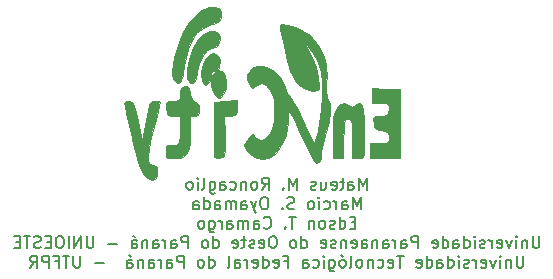
<source format=gbr>
G04 #@! TF.GenerationSoftware,KiCad,Pcbnew,(5.1.5)-3*
G04 #@! TF.CreationDate,2022-02-09T23:25:39-03:00*
G04 #@! TF.ProjectId,envcity_pcb,656e7663-6974-4795-9f70-63622e6b6963,rev?*
G04 #@! TF.SameCoordinates,Original*
G04 #@! TF.FileFunction,Legend,Bot*
G04 #@! TF.FilePolarity,Positive*
%FSLAX46Y46*%
G04 Gerber Fmt 4.6, Leading zero omitted, Abs format (unit mm)*
G04 Created by KiCad (PCBNEW (5.1.5)-3) date 2022-02-09 23:25:39*
%MOMM*%
%LPD*%
G04 APERTURE LIST*
%ADD10C,0.150000*%
%ADD11C,0.010000*%
G04 APERTURE END LIST*
D10*
X138479047Y-93152380D02*
X138479047Y-92152380D01*
X138145714Y-92866666D01*
X137812380Y-92152380D01*
X137812380Y-93152380D01*
X136907619Y-93152380D02*
X136907619Y-92628571D01*
X136955238Y-92533333D01*
X137050476Y-92485714D01*
X137240952Y-92485714D01*
X137336190Y-92533333D01*
X136907619Y-93104761D02*
X137002857Y-93152380D01*
X137240952Y-93152380D01*
X137336190Y-93104761D01*
X137383809Y-93009523D01*
X137383809Y-92914285D01*
X137336190Y-92819047D01*
X137240952Y-92771428D01*
X137002857Y-92771428D01*
X136907619Y-92723809D01*
X136574285Y-92485714D02*
X136193333Y-92485714D01*
X136431428Y-92152380D02*
X136431428Y-93009523D01*
X136383809Y-93104761D01*
X136288571Y-93152380D01*
X136193333Y-93152380D01*
X135479047Y-93104761D02*
X135574285Y-93152380D01*
X135764761Y-93152380D01*
X135860000Y-93104761D01*
X135907619Y-93009523D01*
X135907619Y-92628571D01*
X135860000Y-92533333D01*
X135764761Y-92485714D01*
X135574285Y-92485714D01*
X135479047Y-92533333D01*
X135431428Y-92628571D01*
X135431428Y-92723809D01*
X135907619Y-92819047D01*
X134574285Y-92485714D02*
X134574285Y-93152380D01*
X135002857Y-92485714D02*
X135002857Y-93009523D01*
X134955238Y-93104761D01*
X134860000Y-93152380D01*
X134717142Y-93152380D01*
X134621904Y-93104761D01*
X134574285Y-93057142D01*
X134145714Y-93104761D02*
X134050476Y-93152380D01*
X133860000Y-93152380D01*
X133764761Y-93104761D01*
X133717142Y-93009523D01*
X133717142Y-92961904D01*
X133764761Y-92866666D01*
X133860000Y-92819047D01*
X134002857Y-92819047D01*
X134098095Y-92771428D01*
X134145714Y-92676190D01*
X134145714Y-92628571D01*
X134098095Y-92533333D01*
X134002857Y-92485714D01*
X133860000Y-92485714D01*
X133764761Y-92533333D01*
X132526666Y-93152380D02*
X132526666Y-92152380D01*
X132193333Y-92866666D01*
X131860000Y-92152380D01*
X131860000Y-93152380D01*
X131383809Y-93057142D02*
X131336190Y-93104761D01*
X131383809Y-93152380D01*
X131431428Y-93104761D01*
X131383809Y-93057142D01*
X131383809Y-93152380D01*
X129574285Y-93152380D02*
X129907619Y-92676190D01*
X130145714Y-93152380D02*
X130145714Y-92152380D01*
X129764761Y-92152380D01*
X129669523Y-92200000D01*
X129621904Y-92247619D01*
X129574285Y-92342857D01*
X129574285Y-92485714D01*
X129621904Y-92580952D01*
X129669523Y-92628571D01*
X129764761Y-92676190D01*
X130145714Y-92676190D01*
X129002857Y-93152380D02*
X129098095Y-93104761D01*
X129145714Y-93057142D01*
X129193333Y-92961904D01*
X129193333Y-92676190D01*
X129145714Y-92580952D01*
X129098095Y-92533333D01*
X129002857Y-92485714D01*
X128860000Y-92485714D01*
X128764761Y-92533333D01*
X128717142Y-92580952D01*
X128669523Y-92676190D01*
X128669523Y-92961904D01*
X128717142Y-93057142D01*
X128764761Y-93104761D01*
X128860000Y-93152380D01*
X129002857Y-93152380D01*
X128240952Y-92485714D02*
X128240952Y-93152380D01*
X128240952Y-92580952D02*
X128193333Y-92533333D01*
X128098095Y-92485714D01*
X127955238Y-92485714D01*
X127860000Y-92533333D01*
X127812380Y-92628571D01*
X127812380Y-93152380D01*
X126907619Y-93104761D02*
X127002857Y-93152380D01*
X127193333Y-93152380D01*
X127288571Y-93104761D01*
X127336190Y-93057142D01*
X127383809Y-92961904D01*
X127383809Y-92676190D01*
X127336190Y-92580952D01*
X127288571Y-92533333D01*
X127193333Y-92485714D01*
X127002857Y-92485714D01*
X126907619Y-92533333D01*
X126050476Y-93152380D02*
X126050476Y-92628571D01*
X126098095Y-92533333D01*
X126193333Y-92485714D01*
X126383809Y-92485714D01*
X126479047Y-92533333D01*
X126050476Y-93104761D02*
X126145714Y-93152380D01*
X126383809Y-93152380D01*
X126479047Y-93104761D01*
X126526666Y-93009523D01*
X126526666Y-92914285D01*
X126479047Y-92819047D01*
X126383809Y-92771428D01*
X126145714Y-92771428D01*
X126050476Y-92723809D01*
X125145714Y-92485714D02*
X125145714Y-93295238D01*
X125193333Y-93390476D01*
X125240952Y-93438095D01*
X125336190Y-93485714D01*
X125479047Y-93485714D01*
X125574285Y-93438095D01*
X125145714Y-93104761D02*
X125240952Y-93152380D01*
X125431428Y-93152380D01*
X125526666Y-93104761D01*
X125574285Y-93057142D01*
X125621904Y-92961904D01*
X125621904Y-92676190D01*
X125574285Y-92580952D01*
X125526666Y-92533333D01*
X125431428Y-92485714D01*
X125240952Y-92485714D01*
X125145714Y-92533333D01*
X124526666Y-93152380D02*
X124621904Y-93104761D01*
X124669523Y-93009523D01*
X124669523Y-92152380D01*
X124145714Y-93152380D02*
X124145714Y-92485714D01*
X124145714Y-92152380D02*
X124193333Y-92200000D01*
X124145714Y-92247619D01*
X124098095Y-92200000D01*
X124145714Y-92152380D01*
X124145714Y-92247619D01*
X123526666Y-93152380D02*
X123621904Y-93104761D01*
X123669523Y-93057142D01*
X123717142Y-92961904D01*
X123717142Y-92676190D01*
X123669523Y-92580952D01*
X123621904Y-92533333D01*
X123526666Y-92485714D01*
X123383809Y-92485714D01*
X123288571Y-92533333D01*
X123240952Y-92580952D01*
X123193333Y-92676190D01*
X123193333Y-92961904D01*
X123240952Y-93057142D01*
X123288571Y-93104761D01*
X123383809Y-93152380D01*
X123526666Y-93152380D01*
X137931428Y-94802380D02*
X137931428Y-93802380D01*
X137598095Y-94516666D01*
X137264761Y-93802380D01*
X137264761Y-94802380D01*
X136360000Y-94802380D02*
X136360000Y-94278571D01*
X136407619Y-94183333D01*
X136502857Y-94135714D01*
X136693333Y-94135714D01*
X136788571Y-94183333D01*
X136360000Y-94754761D02*
X136455238Y-94802380D01*
X136693333Y-94802380D01*
X136788571Y-94754761D01*
X136836190Y-94659523D01*
X136836190Y-94564285D01*
X136788571Y-94469047D01*
X136693333Y-94421428D01*
X136455238Y-94421428D01*
X136360000Y-94373809D01*
X135883809Y-94802380D02*
X135883809Y-94135714D01*
X135883809Y-94326190D02*
X135836190Y-94230952D01*
X135788571Y-94183333D01*
X135693333Y-94135714D01*
X135598095Y-94135714D01*
X134836190Y-94754761D02*
X134931428Y-94802380D01*
X135121904Y-94802380D01*
X135217142Y-94754761D01*
X135264761Y-94707142D01*
X135312380Y-94611904D01*
X135312380Y-94326190D01*
X135264761Y-94230952D01*
X135217142Y-94183333D01*
X135121904Y-94135714D01*
X134931428Y-94135714D01*
X134836190Y-94183333D01*
X134407619Y-94802380D02*
X134407619Y-94135714D01*
X134407619Y-93802380D02*
X134455238Y-93850000D01*
X134407619Y-93897619D01*
X134360000Y-93850000D01*
X134407619Y-93802380D01*
X134407619Y-93897619D01*
X133788571Y-94802380D02*
X133883809Y-94754761D01*
X133931428Y-94707142D01*
X133979047Y-94611904D01*
X133979047Y-94326190D01*
X133931428Y-94230952D01*
X133883809Y-94183333D01*
X133788571Y-94135714D01*
X133645714Y-94135714D01*
X133550476Y-94183333D01*
X133502857Y-94230952D01*
X133455238Y-94326190D01*
X133455238Y-94611904D01*
X133502857Y-94707142D01*
X133550476Y-94754761D01*
X133645714Y-94802380D01*
X133788571Y-94802380D01*
X132312380Y-94754761D02*
X132169523Y-94802380D01*
X131931428Y-94802380D01*
X131836190Y-94754761D01*
X131788571Y-94707142D01*
X131740952Y-94611904D01*
X131740952Y-94516666D01*
X131788571Y-94421428D01*
X131836190Y-94373809D01*
X131931428Y-94326190D01*
X132121904Y-94278571D01*
X132217142Y-94230952D01*
X132264761Y-94183333D01*
X132312380Y-94088095D01*
X132312380Y-93992857D01*
X132264761Y-93897619D01*
X132217142Y-93850000D01*
X132121904Y-93802380D01*
X131883809Y-93802380D01*
X131740952Y-93850000D01*
X131312380Y-94707142D02*
X131264761Y-94754761D01*
X131312380Y-94802380D01*
X131360000Y-94754761D01*
X131312380Y-94707142D01*
X131312380Y-94802380D01*
X129883809Y-93802380D02*
X129693333Y-93802380D01*
X129598095Y-93850000D01*
X129502857Y-93945238D01*
X129455238Y-94135714D01*
X129455238Y-94469047D01*
X129502857Y-94659523D01*
X129598095Y-94754761D01*
X129693333Y-94802380D01*
X129883809Y-94802380D01*
X129979047Y-94754761D01*
X130074285Y-94659523D01*
X130121904Y-94469047D01*
X130121904Y-94135714D01*
X130074285Y-93945238D01*
X129979047Y-93850000D01*
X129883809Y-93802380D01*
X129121904Y-94135714D02*
X128883809Y-94802380D01*
X128645714Y-94135714D02*
X128883809Y-94802380D01*
X128979047Y-95040476D01*
X129026666Y-95088095D01*
X129121904Y-95135714D01*
X127836190Y-94802380D02*
X127836190Y-94278571D01*
X127883809Y-94183333D01*
X127979047Y-94135714D01*
X128169523Y-94135714D01*
X128264761Y-94183333D01*
X127836190Y-94754761D02*
X127931428Y-94802380D01*
X128169523Y-94802380D01*
X128264761Y-94754761D01*
X128312380Y-94659523D01*
X128312380Y-94564285D01*
X128264761Y-94469047D01*
X128169523Y-94421428D01*
X127931428Y-94421428D01*
X127836190Y-94373809D01*
X127360000Y-94802380D02*
X127360000Y-94135714D01*
X127360000Y-94230952D02*
X127312380Y-94183333D01*
X127217142Y-94135714D01*
X127074285Y-94135714D01*
X126979047Y-94183333D01*
X126931428Y-94278571D01*
X126931428Y-94802380D01*
X126931428Y-94278571D02*
X126883809Y-94183333D01*
X126788571Y-94135714D01*
X126645714Y-94135714D01*
X126550476Y-94183333D01*
X126502857Y-94278571D01*
X126502857Y-94802380D01*
X125598095Y-94802380D02*
X125598095Y-94278571D01*
X125645714Y-94183333D01*
X125740952Y-94135714D01*
X125931428Y-94135714D01*
X126026666Y-94183333D01*
X125598095Y-94754761D02*
X125693333Y-94802380D01*
X125931428Y-94802380D01*
X126026666Y-94754761D01*
X126074285Y-94659523D01*
X126074285Y-94564285D01*
X126026666Y-94469047D01*
X125931428Y-94421428D01*
X125693333Y-94421428D01*
X125598095Y-94373809D01*
X124693333Y-94802380D02*
X124693333Y-93802380D01*
X124693333Y-94754761D02*
X124788571Y-94802380D01*
X124979047Y-94802380D01*
X125074285Y-94754761D01*
X125121904Y-94707142D01*
X125169523Y-94611904D01*
X125169523Y-94326190D01*
X125121904Y-94230952D01*
X125074285Y-94183333D01*
X124979047Y-94135714D01*
X124788571Y-94135714D01*
X124693333Y-94183333D01*
X123788571Y-94802380D02*
X123788571Y-94278571D01*
X123836190Y-94183333D01*
X123931428Y-94135714D01*
X124121904Y-94135714D01*
X124217142Y-94183333D01*
X123788571Y-94754761D02*
X123883809Y-94802380D01*
X124121904Y-94802380D01*
X124217142Y-94754761D01*
X124264761Y-94659523D01*
X124264761Y-94564285D01*
X124217142Y-94469047D01*
X124121904Y-94421428D01*
X123883809Y-94421428D01*
X123788571Y-94373809D01*
X137502857Y-95928571D02*
X137169523Y-95928571D01*
X137026666Y-96452380D02*
X137502857Y-96452380D01*
X137502857Y-95452380D01*
X137026666Y-95452380D01*
X136169523Y-96452380D02*
X136169523Y-95452380D01*
X136169523Y-96404761D02*
X136264761Y-96452380D01*
X136455238Y-96452380D01*
X136550476Y-96404761D01*
X136598095Y-96357142D01*
X136645714Y-96261904D01*
X136645714Y-95976190D01*
X136598095Y-95880952D01*
X136550476Y-95833333D01*
X136455238Y-95785714D01*
X136264761Y-95785714D01*
X136169523Y-95833333D01*
X135740952Y-96404761D02*
X135645714Y-96452380D01*
X135455238Y-96452380D01*
X135360000Y-96404761D01*
X135312380Y-96309523D01*
X135312380Y-96261904D01*
X135360000Y-96166666D01*
X135455238Y-96119047D01*
X135598095Y-96119047D01*
X135693333Y-96071428D01*
X135740952Y-95976190D01*
X135740952Y-95928571D01*
X135693333Y-95833333D01*
X135598095Y-95785714D01*
X135455238Y-95785714D01*
X135360000Y-95833333D01*
X134740952Y-96452380D02*
X134836190Y-96404761D01*
X134883809Y-96357142D01*
X134931428Y-96261904D01*
X134931428Y-95976190D01*
X134883809Y-95880952D01*
X134836190Y-95833333D01*
X134740952Y-95785714D01*
X134598095Y-95785714D01*
X134502857Y-95833333D01*
X134455238Y-95880952D01*
X134407619Y-95976190D01*
X134407619Y-96261904D01*
X134455238Y-96357142D01*
X134502857Y-96404761D01*
X134598095Y-96452380D01*
X134740952Y-96452380D01*
X133979047Y-95785714D02*
X133979047Y-96452380D01*
X133979047Y-95880952D02*
X133931428Y-95833333D01*
X133836190Y-95785714D01*
X133693333Y-95785714D01*
X133598095Y-95833333D01*
X133550476Y-95928571D01*
X133550476Y-96452380D01*
X132455238Y-95452380D02*
X131883809Y-95452380D01*
X132169523Y-96452380D02*
X132169523Y-95452380D01*
X131550476Y-96357142D02*
X131502857Y-96404761D01*
X131550476Y-96452380D01*
X131598095Y-96404761D01*
X131550476Y-96357142D01*
X131550476Y-96452380D01*
X129740952Y-96357142D02*
X129788571Y-96404761D01*
X129931428Y-96452380D01*
X130026666Y-96452380D01*
X130169523Y-96404761D01*
X130264761Y-96309523D01*
X130312380Y-96214285D01*
X130360000Y-96023809D01*
X130360000Y-95880952D01*
X130312380Y-95690476D01*
X130264761Y-95595238D01*
X130169523Y-95500000D01*
X130026666Y-95452380D01*
X129931428Y-95452380D01*
X129788571Y-95500000D01*
X129740952Y-95547619D01*
X128883809Y-96452380D02*
X128883809Y-95928571D01*
X128931428Y-95833333D01*
X129026666Y-95785714D01*
X129217142Y-95785714D01*
X129312380Y-95833333D01*
X128883809Y-96404761D02*
X128979047Y-96452380D01*
X129217142Y-96452380D01*
X129312380Y-96404761D01*
X129360000Y-96309523D01*
X129360000Y-96214285D01*
X129312380Y-96119047D01*
X129217142Y-96071428D01*
X128979047Y-96071428D01*
X128883809Y-96023809D01*
X128407619Y-96452380D02*
X128407619Y-95785714D01*
X128407619Y-95880952D02*
X128360000Y-95833333D01*
X128264761Y-95785714D01*
X128121904Y-95785714D01*
X128026666Y-95833333D01*
X127979047Y-95928571D01*
X127979047Y-96452380D01*
X127979047Y-95928571D02*
X127931428Y-95833333D01*
X127836190Y-95785714D01*
X127693333Y-95785714D01*
X127598095Y-95833333D01*
X127550476Y-95928571D01*
X127550476Y-96452380D01*
X126645714Y-96452380D02*
X126645714Y-95928571D01*
X126693333Y-95833333D01*
X126788571Y-95785714D01*
X126979047Y-95785714D01*
X127074285Y-95833333D01*
X126645714Y-96404761D02*
X126740952Y-96452380D01*
X126979047Y-96452380D01*
X127074285Y-96404761D01*
X127121904Y-96309523D01*
X127121904Y-96214285D01*
X127074285Y-96119047D01*
X126979047Y-96071428D01*
X126740952Y-96071428D01*
X126645714Y-96023809D01*
X126169523Y-96452380D02*
X126169523Y-95785714D01*
X126169523Y-95976190D02*
X126121904Y-95880952D01*
X126074285Y-95833333D01*
X125979047Y-95785714D01*
X125883809Y-95785714D01*
X125121904Y-95785714D02*
X125121904Y-96595238D01*
X125169523Y-96690476D01*
X125217142Y-96738095D01*
X125312380Y-96785714D01*
X125455238Y-96785714D01*
X125550476Y-96738095D01*
X125121904Y-96404761D02*
X125217142Y-96452380D01*
X125407619Y-96452380D01*
X125502857Y-96404761D01*
X125550476Y-96357142D01*
X125598095Y-96261904D01*
X125598095Y-95976190D01*
X125550476Y-95880952D01*
X125502857Y-95833333D01*
X125407619Y-95785714D01*
X125217142Y-95785714D01*
X125121904Y-95833333D01*
X124502857Y-96452380D02*
X124598095Y-96404761D01*
X124645714Y-96357142D01*
X124693333Y-96261904D01*
X124693333Y-95976190D01*
X124645714Y-95880952D01*
X124598095Y-95833333D01*
X124502857Y-95785714D01*
X124360000Y-95785714D01*
X124264761Y-95833333D01*
X124217142Y-95880952D01*
X124169523Y-95976190D01*
X124169523Y-96261904D01*
X124217142Y-96357142D01*
X124264761Y-96404761D01*
X124360000Y-96452380D01*
X124502857Y-96452380D01*
X153074285Y-97102380D02*
X153074285Y-97911904D01*
X153026666Y-98007142D01*
X152979047Y-98054761D01*
X152883809Y-98102380D01*
X152693333Y-98102380D01*
X152598095Y-98054761D01*
X152550476Y-98007142D01*
X152502857Y-97911904D01*
X152502857Y-97102380D01*
X152026666Y-97435714D02*
X152026666Y-98102380D01*
X152026666Y-97530952D02*
X151979047Y-97483333D01*
X151883809Y-97435714D01*
X151740952Y-97435714D01*
X151645714Y-97483333D01*
X151598095Y-97578571D01*
X151598095Y-98102380D01*
X151121904Y-98102380D02*
X151121904Y-97435714D01*
X151121904Y-97102380D02*
X151169523Y-97150000D01*
X151121904Y-97197619D01*
X151074285Y-97150000D01*
X151121904Y-97102380D01*
X151121904Y-97197619D01*
X150740952Y-97435714D02*
X150502857Y-98102380D01*
X150264761Y-97435714D01*
X149502857Y-98054761D02*
X149598095Y-98102380D01*
X149788571Y-98102380D01*
X149883809Y-98054761D01*
X149931428Y-97959523D01*
X149931428Y-97578571D01*
X149883809Y-97483333D01*
X149788571Y-97435714D01*
X149598095Y-97435714D01*
X149502857Y-97483333D01*
X149455238Y-97578571D01*
X149455238Y-97673809D01*
X149931428Y-97769047D01*
X149026666Y-98102380D02*
X149026666Y-97435714D01*
X149026666Y-97626190D02*
X148979047Y-97530952D01*
X148931428Y-97483333D01*
X148836190Y-97435714D01*
X148740952Y-97435714D01*
X148455238Y-98054761D02*
X148360000Y-98102380D01*
X148169523Y-98102380D01*
X148074285Y-98054761D01*
X148026666Y-97959523D01*
X148026666Y-97911904D01*
X148074285Y-97816666D01*
X148169523Y-97769047D01*
X148312380Y-97769047D01*
X148407619Y-97721428D01*
X148455238Y-97626190D01*
X148455238Y-97578571D01*
X148407619Y-97483333D01*
X148312380Y-97435714D01*
X148169523Y-97435714D01*
X148074285Y-97483333D01*
X147598095Y-98102380D02*
X147598095Y-97435714D01*
X147598095Y-97102380D02*
X147645714Y-97150000D01*
X147598095Y-97197619D01*
X147550476Y-97150000D01*
X147598095Y-97102380D01*
X147598095Y-97197619D01*
X146693333Y-98102380D02*
X146693333Y-97102380D01*
X146693333Y-98054761D02*
X146788571Y-98102380D01*
X146979047Y-98102380D01*
X147074285Y-98054761D01*
X147121904Y-98007142D01*
X147169523Y-97911904D01*
X147169523Y-97626190D01*
X147121904Y-97530952D01*
X147074285Y-97483333D01*
X146979047Y-97435714D01*
X146788571Y-97435714D01*
X146693333Y-97483333D01*
X145788571Y-98102380D02*
X145788571Y-97578571D01*
X145836190Y-97483333D01*
X145931428Y-97435714D01*
X146121904Y-97435714D01*
X146217142Y-97483333D01*
X145788571Y-98054761D02*
X145883809Y-98102380D01*
X146121904Y-98102380D01*
X146217142Y-98054761D01*
X146264761Y-97959523D01*
X146264761Y-97864285D01*
X146217142Y-97769047D01*
X146121904Y-97721428D01*
X145883809Y-97721428D01*
X145788571Y-97673809D01*
X144883809Y-98102380D02*
X144883809Y-97102380D01*
X144883809Y-98054761D02*
X144979047Y-98102380D01*
X145169523Y-98102380D01*
X145264761Y-98054761D01*
X145312380Y-98007142D01*
X145360000Y-97911904D01*
X145360000Y-97626190D01*
X145312380Y-97530952D01*
X145264761Y-97483333D01*
X145169523Y-97435714D01*
X144979047Y-97435714D01*
X144883809Y-97483333D01*
X144026666Y-98054761D02*
X144121904Y-98102380D01*
X144312380Y-98102380D01*
X144407619Y-98054761D01*
X144455238Y-97959523D01*
X144455238Y-97578571D01*
X144407619Y-97483333D01*
X144312380Y-97435714D01*
X144121904Y-97435714D01*
X144026666Y-97483333D01*
X143979047Y-97578571D01*
X143979047Y-97673809D01*
X144455238Y-97769047D01*
X142788571Y-98102380D02*
X142788571Y-97102380D01*
X142407619Y-97102380D01*
X142312380Y-97150000D01*
X142264761Y-97197619D01*
X142217142Y-97292857D01*
X142217142Y-97435714D01*
X142264761Y-97530952D01*
X142312380Y-97578571D01*
X142407619Y-97626190D01*
X142788571Y-97626190D01*
X141360000Y-98102380D02*
X141360000Y-97578571D01*
X141407619Y-97483333D01*
X141502857Y-97435714D01*
X141693333Y-97435714D01*
X141788571Y-97483333D01*
X141360000Y-98054761D02*
X141455238Y-98102380D01*
X141693333Y-98102380D01*
X141788571Y-98054761D01*
X141836190Y-97959523D01*
X141836190Y-97864285D01*
X141788571Y-97769047D01*
X141693333Y-97721428D01*
X141455238Y-97721428D01*
X141360000Y-97673809D01*
X140883809Y-98102380D02*
X140883809Y-97435714D01*
X140883809Y-97626190D02*
X140836190Y-97530952D01*
X140788571Y-97483333D01*
X140693333Y-97435714D01*
X140598095Y-97435714D01*
X139836190Y-98102380D02*
X139836190Y-97578571D01*
X139883809Y-97483333D01*
X139979047Y-97435714D01*
X140169523Y-97435714D01*
X140264761Y-97483333D01*
X139836190Y-98054761D02*
X139931428Y-98102380D01*
X140169523Y-98102380D01*
X140264761Y-98054761D01*
X140312380Y-97959523D01*
X140312380Y-97864285D01*
X140264761Y-97769047D01*
X140169523Y-97721428D01*
X139931428Y-97721428D01*
X139836190Y-97673809D01*
X139360000Y-97435714D02*
X139360000Y-98102380D01*
X139360000Y-97530952D02*
X139312380Y-97483333D01*
X139217142Y-97435714D01*
X139074285Y-97435714D01*
X138979047Y-97483333D01*
X138931428Y-97578571D01*
X138931428Y-98102380D01*
X138026666Y-98102380D02*
X138026666Y-97578571D01*
X138074285Y-97483333D01*
X138169523Y-97435714D01*
X138360000Y-97435714D01*
X138455238Y-97483333D01*
X138026666Y-98054761D02*
X138121904Y-98102380D01*
X138360000Y-98102380D01*
X138455238Y-98054761D01*
X138502857Y-97959523D01*
X138502857Y-97864285D01*
X138455238Y-97769047D01*
X138360000Y-97721428D01*
X138121904Y-97721428D01*
X138026666Y-97673809D01*
X137169523Y-98054761D02*
X137264761Y-98102380D01*
X137455238Y-98102380D01*
X137550476Y-98054761D01*
X137598095Y-97959523D01*
X137598095Y-97578571D01*
X137550476Y-97483333D01*
X137455238Y-97435714D01*
X137264761Y-97435714D01*
X137169523Y-97483333D01*
X137121904Y-97578571D01*
X137121904Y-97673809D01*
X137598095Y-97769047D01*
X136693333Y-97435714D02*
X136693333Y-98102380D01*
X136693333Y-97530952D02*
X136645714Y-97483333D01*
X136550476Y-97435714D01*
X136407619Y-97435714D01*
X136312380Y-97483333D01*
X136264761Y-97578571D01*
X136264761Y-98102380D01*
X135836190Y-98054761D02*
X135740952Y-98102380D01*
X135550476Y-98102380D01*
X135455238Y-98054761D01*
X135407619Y-97959523D01*
X135407619Y-97911904D01*
X135455238Y-97816666D01*
X135550476Y-97769047D01*
X135693333Y-97769047D01*
X135788571Y-97721428D01*
X135836190Y-97626190D01*
X135836190Y-97578571D01*
X135788571Y-97483333D01*
X135693333Y-97435714D01*
X135550476Y-97435714D01*
X135455238Y-97483333D01*
X134598095Y-98054761D02*
X134693333Y-98102380D01*
X134883809Y-98102380D01*
X134979047Y-98054761D01*
X135026666Y-97959523D01*
X135026666Y-97578571D01*
X134979047Y-97483333D01*
X134883809Y-97435714D01*
X134693333Y-97435714D01*
X134598095Y-97483333D01*
X134550476Y-97578571D01*
X134550476Y-97673809D01*
X135026666Y-97769047D01*
X132931428Y-98102380D02*
X132931428Y-97102380D01*
X132931428Y-98054761D02*
X133026666Y-98102380D01*
X133217142Y-98102380D01*
X133312380Y-98054761D01*
X133360000Y-98007142D01*
X133407619Y-97911904D01*
X133407619Y-97626190D01*
X133360000Y-97530952D01*
X133312380Y-97483333D01*
X133217142Y-97435714D01*
X133026666Y-97435714D01*
X132931428Y-97483333D01*
X132312380Y-98102380D02*
X132407619Y-98054761D01*
X132455238Y-98007142D01*
X132502857Y-97911904D01*
X132502857Y-97626190D01*
X132455238Y-97530952D01*
X132407619Y-97483333D01*
X132312380Y-97435714D01*
X132169523Y-97435714D01*
X132074285Y-97483333D01*
X132026666Y-97530952D01*
X131979047Y-97626190D01*
X131979047Y-97911904D01*
X132026666Y-98007142D01*
X132074285Y-98054761D01*
X132169523Y-98102380D01*
X132312380Y-98102380D01*
X130598095Y-97102380D02*
X130407619Y-97102380D01*
X130312380Y-97150000D01*
X130217142Y-97245238D01*
X130169523Y-97435714D01*
X130169523Y-97769047D01*
X130217142Y-97959523D01*
X130312380Y-98054761D01*
X130407619Y-98102380D01*
X130598095Y-98102380D01*
X130693333Y-98054761D01*
X130788571Y-97959523D01*
X130836190Y-97769047D01*
X130836190Y-97435714D01*
X130788571Y-97245238D01*
X130693333Y-97150000D01*
X130598095Y-97102380D01*
X129360000Y-98054761D02*
X129455238Y-98102380D01*
X129645714Y-98102380D01*
X129740952Y-98054761D01*
X129788571Y-97959523D01*
X129788571Y-97578571D01*
X129740952Y-97483333D01*
X129645714Y-97435714D01*
X129455238Y-97435714D01*
X129360000Y-97483333D01*
X129312380Y-97578571D01*
X129312380Y-97673809D01*
X129788571Y-97769047D01*
X128931428Y-98054761D02*
X128836190Y-98102380D01*
X128645714Y-98102380D01*
X128550476Y-98054761D01*
X128502857Y-97959523D01*
X128502857Y-97911904D01*
X128550476Y-97816666D01*
X128645714Y-97769047D01*
X128788571Y-97769047D01*
X128883809Y-97721428D01*
X128931428Y-97626190D01*
X128931428Y-97578571D01*
X128883809Y-97483333D01*
X128788571Y-97435714D01*
X128645714Y-97435714D01*
X128550476Y-97483333D01*
X128217142Y-97435714D02*
X127836190Y-97435714D01*
X128074285Y-97102380D02*
X128074285Y-97959523D01*
X128026666Y-98054761D01*
X127931428Y-98102380D01*
X127836190Y-98102380D01*
X127121904Y-98054761D02*
X127217142Y-98102380D01*
X127407619Y-98102380D01*
X127502857Y-98054761D01*
X127550476Y-97959523D01*
X127550476Y-97578571D01*
X127502857Y-97483333D01*
X127407619Y-97435714D01*
X127217142Y-97435714D01*
X127121904Y-97483333D01*
X127074285Y-97578571D01*
X127074285Y-97673809D01*
X127550476Y-97769047D01*
X125455238Y-98102380D02*
X125455238Y-97102380D01*
X125455238Y-98054761D02*
X125550476Y-98102380D01*
X125740952Y-98102380D01*
X125836190Y-98054761D01*
X125883809Y-98007142D01*
X125931428Y-97911904D01*
X125931428Y-97626190D01*
X125883809Y-97530952D01*
X125836190Y-97483333D01*
X125740952Y-97435714D01*
X125550476Y-97435714D01*
X125455238Y-97483333D01*
X124836190Y-98102380D02*
X124931428Y-98054761D01*
X124979047Y-98007142D01*
X125026666Y-97911904D01*
X125026666Y-97626190D01*
X124979047Y-97530952D01*
X124931428Y-97483333D01*
X124836190Y-97435714D01*
X124693333Y-97435714D01*
X124598095Y-97483333D01*
X124550476Y-97530952D01*
X124502857Y-97626190D01*
X124502857Y-97911904D01*
X124550476Y-98007142D01*
X124598095Y-98054761D01*
X124693333Y-98102380D01*
X124836190Y-98102380D01*
X123312380Y-98102380D02*
X123312380Y-97102380D01*
X122931428Y-97102380D01*
X122836190Y-97150000D01*
X122788571Y-97197619D01*
X122740952Y-97292857D01*
X122740952Y-97435714D01*
X122788571Y-97530952D01*
X122836190Y-97578571D01*
X122931428Y-97626190D01*
X123312380Y-97626190D01*
X121883809Y-98102380D02*
X121883809Y-97578571D01*
X121931428Y-97483333D01*
X122026666Y-97435714D01*
X122217142Y-97435714D01*
X122312380Y-97483333D01*
X121883809Y-98054761D02*
X121979047Y-98102380D01*
X122217142Y-98102380D01*
X122312380Y-98054761D01*
X122360000Y-97959523D01*
X122360000Y-97864285D01*
X122312380Y-97769047D01*
X122217142Y-97721428D01*
X121979047Y-97721428D01*
X121883809Y-97673809D01*
X121407619Y-98102380D02*
X121407619Y-97435714D01*
X121407619Y-97626190D02*
X121360000Y-97530952D01*
X121312380Y-97483333D01*
X121217142Y-97435714D01*
X121121904Y-97435714D01*
X120360000Y-98102380D02*
X120360000Y-97578571D01*
X120407619Y-97483333D01*
X120502857Y-97435714D01*
X120693333Y-97435714D01*
X120788571Y-97483333D01*
X120360000Y-98054761D02*
X120455238Y-98102380D01*
X120693333Y-98102380D01*
X120788571Y-98054761D01*
X120836190Y-97959523D01*
X120836190Y-97864285D01*
X120788571Y-97769047D01*
X120693333Y-97721428D01*
X120455238Y-97721428D01*
X120360000Y-97673809D01*
X119883809Y-97435714D02*
X119883809Y-98102380D01*
X119883809Y-97530952D02*
X119836190Y-97483333D01*
X119740952Y-97435714D01*
X119598095Y-97435714D01*
X119502857Y-97483333D01*
X119455238Y-97578571D01*
X119455238Y-98102380D01*
X118550476Y-98102380D02*
X118550476Y-97578571D01*
X118598095Y-97483333D01*
X118693333Y-97435714D01*
X118883809Y-97435714D01*
X118979047Y-97483333D01*
X118550476Y-98054761D02*
X118645714Y-98102380D01*
X118883809Y-98102380D01*
X118979047Y-98054761D01*
X119026666Y-97959523D01*
X119026666Y-97864285D01*
X118979047Y-97769047D01*
X118883809Y-97721428D01*
X118645714Y-97721428D01*
X118550476Y-97673809D01*
X118693333Y-97054761D02*
X118836190Y-97197619D01*
X117312380Y-97721428D02*
X116550476Y-97721428D01*
X115312380Y-97102380D02*
X115312380Y-97911904D01*
X115264761Y-98007142D01*
X115217142Y-98054761D01*
X115121904Y-98102380D01*
X114931428Y-98102380D01*
X114836190Y-98054761D01*
X114788571Y-98007142D01*
X114740952Y-97911904D01*
X114740952Y-97102380D01*
X114264761Y-98102380D02*
X114264761Y-97102380D01*
X113693333Y-98102380D01*
X113693333Y-97102380D01*
X113217142Y-98102380D02*
X113217142Y-97102380D01*
X112550476Y-97102380D02*
X112360000Y-97102380D01*
X112264761Y-97150000D01*
X112169523Y-97245238D01*
X112121904Y-97435714D01*
X112121904Y-97769047D01*
X112169523Y-97959523D01*
X112264761Y-98054761D01*
X112360000Y-98102380D01*
X112550476Y-98102380D01*
X112645714Y-98054761D01*
X112740952Y-97959523D01*
X112788571Y-97769047D01*
X112788571Y-97435714D01*
X112740952Y-97245238D01*
X112645714Y-97150000D01*
X112550476Y-97102380D01*
X111693333Y-97578571D02*
X111360000Y-97578571D01*
X111217142Y-98102380D02*
X111693333Y-98102380D01*
X111693333Y-97102380D01*
X111217142Y-97102380D01*
X110836190Y-98054761D02*
X110693333Y-98102380D01*
X110455238Y-98102380D01*
X110360000Y-98054761D01*
X110312380Y-98007142D01*
X110264761Y-97911904D01*
X110264761Y-97816666D01*
X110312380Y-97721428D01*
X110360000Y-97673809D01*
X110455238Y-97626190D01*
X110645714Y-97578571D01*
X110740952Y-97530952D01*
X110788571Y-97483333D01*
X110836190Y-97388095D01*
X110836190Y-97292857D01*
X110788571Y-97197619D01*
X110740952Y-97150000D01*
X110645714Y-97102380D01*
X110407619Y-97102380D01*
X110264761Y-97150000D01*
X109979047Y-97102380D02*
X109407619Y-97102380D01*
X109693333Y-98102380D02*
X109693333Y-97102380D01*
X109074285Y-97578571D02*
X108740952Y-97578571D01*
X108598095Y-98102380D02*
X109074285Y-98102380D01*
X109074285Y-97102380D01*
X108598095Y-97102380D01*
X151717142Y-98752380D02*
X151717142Y-99561904D01*
X151669523Y-99657142D01*
X151621904Y-99704761D01*
X151526666Y-99752380D01*
X151336190Y-99752380D01*
X151240952Y-99704761D01*
X151193333Y-99657142D01*
X151145714Y-99561904D01*
X151145714Y-98752380D01*
X150669523Y-99085714D02*
X150669523Y-99752380D01*
X150669523Y-99180952D02*
X150621904Y-99133333D01*
X150526666Y-99085714D01*
X150383809Y-99085714D01*
X150288571Y-99133333D01*
X150240952Y-99228571D01*
X150240952Y-99752380D01*
X149764761Y-99752380D02*
X149764761Y-99085714D01*
X149764761Y-98752380D02*
X149812380Y-98800000D01*
X149764761Y-98847619D01*
X149717142Y-98800000D01*
X149764761Y-98752380D01*
X149764761Y-98847619D01*
X149383809Y-99085714D02*
X149145714Y-99752380D01*
X148907619Y-99085714D01*
X148145714Y-99704761D02*
X148240952Y-99752380D01*
X148431428Y-99752380D01*
X148526666Y-99704761D01*
X148574285Y-99609523D01*
X148574285Y-99228571D01*
X148526666Y-99133333D01*
X148431428Y-99085714D01*
X148240952Y-99085714D01*
X148145714Y-99133333D01*
X148098095Y-99228571D01*
X148098095Y-99323809D01*
X148574285Y-99419047D01*
X147669523Y-99752380D02*
X147669523Y-99085714D01*
X147669523Y-99276190D02*
X147621904Y-99180952D01*
X147574285Y-99133333D01*
X147479047Y-99085714D01*
X147383809Y-99085714D01*
X147098095Y-99704761D02*
X147002857Y-99752380D01*
X146812380Y-99752380D01*
X146717142Y-99704761D01*
X146669523Y-99609523D01*
X146669523Y-99561904D01*
X146717142Y-99466666D01*
X146812380Y-99419047D01*
X146955238Y-99419047D01*
X147050476Y-99371428D01*
X147098095Y-99276190D01*
X147098095Y-99228571D01*
X147050476Y-99133333D01*
X146955238Y-99085714D01*
X146812380Y-99085714D01*
X146717142Y-99133333D01*
X146240952Y-99752380D02*
X146240952Y-99085714D01*
X146240952Y-98752380D02*
X146288571Y-98800000D01*
X146240952Y-98847619D01*
X146193333Y-98800000D01*
X146240952Y-98752380D01*
X146240952Y-98847619D01*
X145336190Y-99752380D02*
X145336190Y-98752380D01*
X145336190Y-99704761D02*
X145431428Y-99752380D01*
X145621904Y-99752380D01*
X145717142Y-99704761D01*
X145764761Y-99657142D01*
X145812380Y-99561904D01*
X145812380Y-99276190D01*
X145764761Y-99180952D01*
X145717142Y-99133333D01*
X145621904Y-99085714D01*
X145431428Y-99085714D01*
X145336190Y-99133333D01*
X144431428Y-99752380D02*
X144431428Y-99228571D01*
X144479047Y-99133333D01*
X144574285Y-99085714D01*
X144764761Y-99085714D01*
X144860000Y-99133333D01*
X144431428Y-99704761D02*
X144526666Y-99752380D01*
X144764761Y-99752380D01*
X144860000Y-99704761D01*
X144907619Y-99609523D01*
X144907619Y-99514285D01*
X144860000Y-99419047D01*
X144764761Y-99371428D01*
X144526666Y-99371428D01*
X144431428Y-99323809D01*
X143526666Y-99752380D02*
X143526666Y-98752380D01*
X143526666Y-99704761D02*
X143621904Y-99752380D01*
X143812380Y-99752380D01*
X143907619Y-99704761D01*
X143955238Y-99657142D01*
X144002857Y-99561904D01*
X144002857Y-99276190D01*
X143955238Y-99180952D01*
X143907619Y-99133333D01*
X143812380Y-99085714D01*
X143621904Y-99085714D01*
X143526666Y-99133333D01*
X142669523Y-99704761D02*
X142764761Y-99752380D01*
X142955238Y-99752380D01*
X143050476Y-99704761D01*
X143098095Y-99609523D01*
X143098095Y-99228571D01*
X143050476Y-99133333D01*
X142955238Y-99085714D01*
X142764761Y-99085714D01*
X142669523Y-99133333D01*
X142621904Y-99228571D01*
X142621904Y-99323809D01*
X143098095Y-99419047D01*
X141574285Y-98752380D02*
X141002857Y-98752380D01*
X141288571Y-99752380D02*
X141288571Y-98752380D01*
X140288571Y-99704761D02*
X140383809Y-99752380D01*
X140574285Y-99752380D01*
X140669523Y-99704761D01*
X140717142Y-99609523D01*
X140717142Y-99228571D01*
X140669523Y-99133333D01*
X140574285Y-99085714D01*
X140383809Y-99085714D01*
X140288571Y-99133333D01*
X140240952Y-99228571D01*
X140240952Y-99323809D01*
X140717142Y-99419047D01*
X139383809Y-99704761D02*
X139479047Y-99752380D01*
X139669523Y-99752380D01*
X139764761Y-99704761D01*
X139812380Y-99657142D01*
X139860000Y-99561904D01*
X139860000Y-99276190D01*
X139812380Y-99180952D01*
X139764761Y-99133333D01*
X139669523Y-99085714D01*
X139479047Y-99085714D01*
X139383809Y-99133333D01*
X138955238Y-99085714D02*
X138955238Y-99752380D01*
X138955238Y-99180952D02*
X138907619Y-99133333D01*
X138812380Y-99085714D01*
X138669523Y-99085714D01*
X138574285Y-99133333D01*
X138526666Y-99228571D01*
X138526666Y-99752380D01*
X137907619Y-99752380D02*
X138002857Y-99704761D01*
X138050476Y-99657142D01*
X138098095Y-99561904D01*
X138098095Y-99276190D01*
X138050476Y-99180952D01*
X138002857Y-99133333D01*
X137907619Y-99085714D01*
X137764761Y-99085714D01*
X137669523Y-99133333D01*
X137621904Y-99180952D01*
X137574285Y-99276190D01*
X137574285Y-99561904D01*
X137621904Y-99657142D01*
X137669523Y-99704761D01*
X137764761Y-99752380D01*
X137907619Y-99752380D01*
X137002857Y-99752380D02*
X137098095Y-99704761D01*
X137145714Y-99609523D01*
X137145714Y-98752380D01*
X136479047Y-99752380D02*
X136574285Y-99704761D01*
X136621904Y-99657142D01*
X136669523Y-99561904D01*
X136669523Y-99276190D01*
X136621904Y-99180952D01*
X136574285Y-99133333D01*
X136479047Y-99085714D01*
X136336190Y-99085714D01*
X136240952Y-99133333D01*
X136193333Y-99180952D01*
X136145714Y-99276190D01*
X136145714Y-99561904D01*
X136193333Y-99657142D01*
X136240952Y-99704761D01*
X136336190Y-99752380D01*
X136479047Y-99752380D01*
X136288571Y-98704761D02*
X136431428Y-98847619D01*
X135288571Y-99085714D02*
X135288571Y-99895238D01*
X135336190Y-99990476D01*
X135383809Y-100038095D01*
X135479047Y-100085714D01*
X135621904Y-100085714D01*
X135717142Y-100038095D01*
X135288571Y-99704761D02*
X135383809Y-99752380D01*
X135574285Y-99752380D01*
X135669523Y-99704761D01*
X135717142Y-99657142D01*
X135764761Y-99561904D01*
X135764761Y-99276190D01*
X135717142Y-99180952D01*
X135669523Y-99133333D01*
X135574285Y-99085714D01*
X135383809Y-99085714D01*
X135288571Y-99133333D01*
X134812380Y-99752380D02*
X134812380Y-99085714D01*
X134812380Y-98752380D02*
X134860000Y-98800000D01*
X134812380Y-98847619D01*
X134764761Y-98800000D01*
X134812380Y-98752380D01*
X134812380Y-98847619D01*
X133907619Y-99704761D02*
X134002857Y-99752380D01*
X134193333Y-99752380D01*
X134288571Y-99704761D01*
X134336190Y-99657142D01*
X134383809Y-99561904D01*
X134383809Y-99276190D01*
X134336190Y-99180952D01*
X134288571Y-99133333D01*
X134193333Y-99085714D01*
X134002857Y-99085714D01*
X133907619Y-99133333D01*
X133050476Y-99752380D02*
X133050476Y-99228571D01*
X133098095Y-99133333D01*
X133193333Y-99085714D01*
X133383809Y-99085714D01*
X133479047Y-99133333D01*
X133050476Y-99704761D02*
X133145714Y-99752380D01*
X133383809Y-99752380D01*
X133479047Y-99704761D01*
X133526666Y-99609523D01*
X133526666Y-99514285D01*
X133479047Y-99419047D01*
X133383809Y-99371428D01*
X133145714Y-99371428D01*
X133050476Y-99323809D01*
X131479047Y-99228571D02*
X131812380Y-99228571D01*
X131812380Y-99752380D02*
X131812380Y-98752380D01*
X131336190Y-98752380D01*
X130574285Y-99704761D02*
X130669523Y-99752380D01*
X130860000Y-99752380D01*
X130955238Y-99704761D01*
X131002857Y-99609523D01*
X131002857Y-99228571D01*
X130955238Y-99133333D01*
X130860000Y-99085714D01*
X130669523Y-99085714D01*
X130574285Y-99133333D01*
X130526666Y-99228571D01*
X130526666Y-99323809D01*
X131002857Y-99419047D01*
X129669523Y-99752380D02*
X129669523Y-98752380D01*
X129669523Y-99704761D02*
X129764761Y-99752380D01*
X129955238Y-99752380D01*
X130050476Y-99704761D01*
X130098095Y-99657142D01*
X130145714Y-99561904D01*
X130145714Y-99276190D01*
X130098095Y-99180952D01*
X130050476Y-99133333D01*
X129955238Y-99085714D01*
X129764761Y-99085714D01*
X129669523Y-99133333D01*
X128812380Y-99704761D02*
X128907619Y-99752380D01*
X129098095Y-99752380D01*
X129193333Y-99704761D01*
X129240952Y-99609523D01*
X129240952Y-99228571D01*
X129193333Y-99133333D01*
X129098095Y-99085714D01*
X128907619Y-99085714D01*
X128812380Y-99133333D01*
X128764761Y-99228571D01*
X128764761Y-99323809D01*
X129240952Y-99419047D01*
X128336190Y-99752380D02*
X128336190Y-99085714D01*
X128336190Y-99276190D02*
X128288571Y-99180952D01*
X128240952Y-99133333D01*
X128145714Y-99085714D01*
X128050476Y-99085714D01*
X127288571Y-99752380D02*
X127288571Y-99228571D01*
X127336190Y-99133333D01*
X127431428Y-99085714D01*
X127621904Y-99085714D01*
X127717142Y-99133333D01*
X127288571Y-99704761D02*
X127383809Y-99752380D01*
X127621904Y-99752380D01*
X127717142Y-99704761D01*
X127764761Y-99609523D01*
X127764761Y-99514285D01*
X127717142Y-99419047D01*
X127621904Y-99371428D01*
X127383809Y-99371428D01*
X127288571Y-99323809D01*
X126669523Y-99752380D02*
X126764761Y-99704761D01*
X126812380Y-99609523D01*
X126812380Y-98752380D01*
X125098095Y-99752380D02*
X125098095Y-98752380D01*
X125098095Y-99704761D02*
X125193333Y-99752380D01*
X125383809Y-99752380D01*
X125479047Y-99704761D01*
X125526666Y-99657142D01*
X125574285Y-99561904D01*
X125574285Y-99276190D01*
X125526666Y-99180952D01*
X125479047Y-99133333D01*
X125383809Y-99085714D01*
X125193333Y-99085714D01*
X125098095Y-99133333D01*
X124479047Y-99752380D02*
X124574285Y-99704761D01*
X124621904Y-99657142D01*
X124669523Y-99561904D01*
X124669523Y-99276190D01*
X124621904Y-99180952D01*
X124574285Y-99133333D01*
X124479047Y-99085714D01*
X124336190Y-99085714D01*
X124240952Y-99133333D01*
X124193333Y-99180952D01*
X124145714Y-99276190D01*
X124145714Y-99561904D01*
X124193333Y-99657142D01*
X124240952Y-99704761D01*
X124336190Y-99752380D01*
X124479047Y-99752380D01*
X122955238Y-99752380D02*
X122955238Y-98752380D01*
X122574285Y-98752380D01*
X122479047Y-98800000D01*
X122431428Y-98847619D01*
X122383809Y-98942857D01*
X122383809Y-99085714D01*
X122431428Y-99180952D01*
X122479047Y-99228571D01*
X122574285Y-99276190D01*
X122955238Y-99276190D01*
X121526666Y-99752380D02*
X121526666Y-99228571D01*
X121574285Y-99133333D01*
X121669523Y-99085714D01*
X121860000Y-99085714D01*
X121955238Y-99133333D01*
X121526666Y-99704761D02*
X121621904Y-99752380D01*
X121860000Y-99752380D01*
X121955238Y-99704761D01*
X122002857Y-99609523D01*
X122002857Y-99514285D01*
X121955238Y-99419047D01*
X121860000Y-99371428D01*
X121621904Y-99371428D01*
X121526666Y-99323809D01*
X121050476Y-99752380D02*
X121050476Y-99085714D01*
X121050476Y-99276190D02*
X121002857Y-99180952D01*
X120955238Y-99133333D01*
X120860000Y-99085714D01*
X120764761Y-99085714D01*
X120002857Y-99752380D02*
X120002857Y-99228571D01*
X120050476Y-99133333D01*
X120145714Y-99085714D01*
X120336190Y-99085714D01*
X120431428Y-99133333D01*
X120002857Y-99704761D02*
X120098095Y-99752380D01*
X120336190Y-99752380D01*
X120431428Y-99704761D01*
X120479047Y-99609523D01*
X120479047Y-99514285D01*
X120431428Y-99419047D01*
X120336190Y-99371428D01*
X120098095Y-99371428D01*
X120002857Y-99323809D01*
X119526666Y-99085714D02*
X119526666Y-99752380D01*
X119526666Y-99180952D02*
X119479047Y-99133333D01*
X119383809Y-99085714D01*
X119240952Y-99085714D01*
X119145714Y-99133333D01*
X119098095Y-99228571D01*
X119098095Y-99752380D01*
X118193333Y-99752380D02*
X118193333Y-99228571D01*
X118240952Y-99133333D01*
X118336190Y-99085714D01*
X118526666Y-99085714D01*
X118621904Y-99133333D01*
X118193333Y-99704761D02*
X118288571Y-99752380D01*
X118526666Y-99752380D01*
X118621904Y-99704761D01*
X118669523Y-99609523D01*
X118669523Y-99514285D01*
X118621904Y-99419047D01*
X118526666Y-99371428D01*
X118288571Y-99371428D01*
X118193333Y-99323809D01*
X118336190Y-98704761D02*
X118479047Y-98847619D01*
X116193333Y-99371428D02*
X115431428Y-99371428D01*
X114193333Y-98752380D02*
X114193333Y-99561904D01*
X114145714Y-99657142D01*
X114098095Y-99704761D01*
X114002857Y-99752380D01*
X113812380Y-99752380D01*
X113717142Y-99704761D01*
X113669523Y-99657142D01*
X113621904Y-99561904D01*
X113621904Y-98752380D01*
X113288571Y-98752380D02*
X112717142Y-98752380D01*
X113002857Y-99752380D02*
X113002857Y-98752380D01*
X112050476Y-99228571D02*
X112383809Y-99228571D01*
X112383809Y-99752380D02*
X112383809Y-98752380D01*
X111907619Y-98752380D01*
X111526666Y-99752380D02*
X111526666Y-98752380D01*
X111145714Y-98752380D01*
X111050476Y-98800000D01*
X111002857Y-98847619D01*
X110955238Y-98942857D01*
X110955238Y-99085714D01*
X111002857Y-99180952D01*
X111050476Y-99228571D01*
X111145714Y-99276190D01*
X111526666Y-99276190D01*
X109955238Y-99752380D02*
X110288571Y-99276190D01*
X110526666Y-99752380D02*
X110526666Y-98752380D01*
X110145714Y-98752380D01*
X110050476Y-98800000D01*
X110002857Y-98847619D01*
X109955238Y-98942857D01*
X109955238Y-99085714D01*
X110002857Y-99180952D01*
X110050476Y-99228571D01*
X110145714Y-99276190D01*
X110526666Y-99276190D01*
D11*
G36*
X125088961Y-77718917D02*
G01*
X124529884Y-77950565D01*
X124063762Y-78262290D01*
X123473549Y-78902260D01*
X122927844Y-79813852D01*
X122470889Y-80889403D01*
X122146925Y-82021246D01*
X122000193Y-83101715D01*
X121996000Y-83294417D01*
X122089462Y-83754178D01*
X122304515Y-84085477D01*
X122440500Y-84145000D01*
X122645485Y-84009248D01*
X122732600Y-83891000D01*
X122862307Y-83476008D01*
X122887790Y-83203083D01*
X122953115Y-82677205D01*
X123114849Y-81962446D01*
X123328899Y-81222589D01*
X123551170Y-80621421D01*
X123622234Y-80475032D01*
X124043533Y-79924848D01*
X124622153Y-79466645D01*
X125261707Y-79172101D01*
X125430628Y-79130266D01*
X125840614Y-79004135D01*
X126060134Y-78800490D01*
X126136006Y-78575998D01*
X126129992Y-78105888D01*
X125927694Y-77802434D01*
X125567791Y-77671492D01*
X125088961Y-77718917D01*
G37*
X125088961Y-77718917D02*
X124529884Y-77950565D01*
X124063762Y-78262290D01*
X123473549Y-78902260D01*
X122927844Y-79813852D01*
X122470889Y-80889403D01*
X122146925Y-82021246D01*
X122000193Y-83101715D01*
X121996000Y-83294417D01*
X122089462Y-83754178D01*
X122304515Y-84085477D01*
X122440500Y-84145000D01*
X122645485Y-84009248D01*
X122732600Y-83891000D01*
X122862307Y-83476008D01*
X122887790Y-83203083D01*
X122953115Y-82677205D01*
X123114849Y-81962446D01*
X123328899Y-81222589D01*
X123551170Y-80621421D01*
X123622234Y-80475032D01*
X124043533Y-79924848D01*
X124622153Y-79466645D01*
X125261707Y-79172101D01*
X125430628Y-79130266D01*
X125840614Y-79004135D01*
X126060134Y-78800490D01*
X126136006Y-78575998D01*
X126129992Y-78105888D01*
X125927694Y-77802434D01*
X125567791Y-77671492D01*
X125088961Y-77718917D01*
G36*
X125161219Y-79739969D02*
G01*
X124704268Y-79961596D01*
X124262964Y-80354645D01*
X124082298Y-80588527D01*
X123661799Y-81355184D01*
X123369267Y-82194416D01*
X123227479Y-83008680D01*
X123259216Y-83700429D01*
X123312124Y-83886474D01*
X123497440Y-84092002D01*
X123752756Y-84137584D01*
X123936411Y-84000782D01*
X123942071Y-83986250D01*
X124005398Y-83685243D01*
X124082428Y-83172143D01*
X124086747Y-83138896D01*
X124266367Y-82430827D01*
X124577063Y-81792212D01*
X124948571Y-81337961D01*
X125283496Y-81181666D01*
X125680316Y-81055752D01*
X125954937Y-80730121D01*
X126046113Y-80282940D01*
X126040763Y-80215176D01*
X125887987Y-79855603D01*
X125575299Y-79700919D01*
X125161219Y-79739969D01*
G37*
X125161219Y-79739969D02*
X124704268Y-79961596D01*
X124262964Y-80354645D01*
X124082298Y-80588527D01*
X123661799Y-81355184D01*
X123369267Y-82194416D01*
X123227479Y-83008680D01*
X123259216Y-83700429D01*
X123312124Y-83886474D01*
X123497440Y-84092002D01*
X123752756Y-84137584D01*
X123936411Y-84000782D01*
X123942071Y-83986250D01*
X124005398Y-83685243D01*
X124082428Y-83172143D01*
X124086747Y-83138896D01*
X124266367Y-82430827D01*
X124577063Y-81792212D01*
X124948571Y-81337961D01*
X125283496Y-81181666D01*
X125680316Y-81055752D01*
X125954937Y-80730121D01*
X126046113Y-80282940D01*
X126040763Y-80215176D01*
X125887987Y-79855603D01*
X125575299Y-79700919D01*
X125161219Y-79739969D01*
G36*
X125103970Y-81769060D02*
G01*
X124787036Y-82189343D01*
X124551315Y-82758002D01*
X124435746Y-83367192D01*
X124479267Y-83909066D01*
X124561400Y-84102666D01*
X124765751Y-84333761D01*
X124963877Y-84225272D01*
X125098429Y-84024047D01*
X125244530Y-83825244D01*
X125293713Y-83968384D01*
X125298000Y-84223711D01*
X125390049Y-84684150D01*
X125606889Y-85130418D01*
X125859563Y-85395628D01*
X125933000Y-85415000D01*
X126078297Y-85306320D01*
X126285742Y-85085497D01*
X126512031Y-84625139D01*
X126572357Y-84066108D01*
X126483211Y-83539108D01*
X126261087Y-83174841D01*
X126132109Y-83124865D01*
X125667316Y-83124865D01*
X125576328Y-83271816D01*
X125552000Y-83298333D01*
X125360898Y-83483156D01*
X125301993Y-83428189D01*
X125298000Y-83298333D01*
X125402716Y-83120431D01*
X125520250Y-83089907D01*
X125667316Y-83124865D01*
X126132109Y-83124865D01*
X126033524Y-83086666D01*
X125879396Y-83032377D01*
X125914872Y-82795245D01*
X125956033Y-82680520D01*
X126019273Y-82204366D01*
X125873453Y-81816499D01*
X125563450Y-81614846D01*
X125463181Y-81605000D01*
X125103970Y-81769060D01*
G37*
X125103970Y-81769060D02*
X124787036Y-82189343D01*
X124551315Y-82758002D01*
X124435746Y-83367192D01*
X124479267Y-83909066D01*
X124561400Y-84102666D01*
X124765751Y-84333761D01*
X124963877Y-84225272D01*
X125098429Y-84024047D01*
X125244530Y-83825244D01*
X125293713Y-83968384D01*
X125298000Y-84223711D01*
X125390049Y-84684150D01*
X125606889Y-85130418D01*
X125859563Y-85395628D01*
X125933000Y-85415000D01*
X126078297Y-85306320D01*
X126285742Y-85085497D01*
X126512031Y-84625139D01*
X126572357Y-84066108D01*
X126483211Y-83539108D01*
X126261087Y-83174841D01*
X126132109Y-83124865D01*
X125667316Y-83124865D01*
X125576328Y-83271816D01*
X125552000Y-83298333D01*
X125360898Y-83483156D01*
X125301993Y-83428189D01*
X125298000Y-83298333D01*
X125402716Y-83120431D01*
X125520250Y-83089907D01*
X125667316Y-83124865D01*
X126132109Y-83124865D01*
X126033524Y-83086666D01*
X125879396Y-83032377D01*
X125914872Y-82795245D01*
X125956033Y-82680520D01*
X126019273Y-82204366D01*
X125873453Y-81816499D01*
X125563450Y-81614846D01*
X125463181Y-81605000D01*
X125103970Y-81769060D01*
G36*
X123045210Y-84395289D02*
G01*
X122772608Y-84545920D01*
X122662727Y-84943132D01*
X122654315Y-85044583D01*
X122606216Y-85406253D01*
X122478898Y-85575739D01*
X122198070Y-85624724D01*
X122051065Y-85626666D01*
X121702980Y-85645813D01*
X121539372Y-85755445D01*
X121490822Y-86033849D01*
X121488000Y-86261666D01*
X121504567Y-86652137D01*
X121600222Y-86837077D01*
X121843896Y-86893077D01*
X122059500Y-86896666D01*
X122631000Y-86896666D01*
X122631000Y-88056800D01*
X122619844Y-88732608D01*
X122567902Y-89101495D01*
X122447465Y-89279310D01*
X122322666Y-89345912D01*
X121978428Y-89396594D01*
X121766667Y-89343881D01*
X121567993Y-89338756D01*
X121468390Y-89661753D01*
X121458183Y-89743127D01*
X121435306Y-90183165D01*
X121463849Y-90384192D01*
X121617498Y-90444687D01*
X121944560Y-90484934D01*
X122249029Y-90495000D01*
X122705127Y-90459724D01*
X122999182Y-90324436D01*
X123220936Y-90044944D01*
X123243863Y-90005107D01*
X123407663Y-89620661D01*
X123492365Y-89120632D01*
X123519547Y-88364427D01*
X123520000Y-88205941D01*
X123520000Y-86896666D01*
X123901000Y-86896666D01*
X124173932Y-86838665D01*
X124273510Y-86596677D01*
X124282000Y-86384318D01*
X124216034Y-85975056D01*
X123974570Y-85761450D01*
X123915494Y-85737805D01*
X123621253Y-85512421D01*
X123481161Y-85033535D01*
X123472454Y-84965859D01*
X123383814Y-84519662D01*
X123213344Y-84380943D01*
X123045210Y-84395289D01*
G37*
X123045210Y-84395289D02*
X122772608Y-84545920D01*
X122662727Y-84943132D01*
X122654315Y-85044583D01*
X122606216Y-85406253D01*
X122478898Y-85575739D01*
X122198070Y-85624724D01*
X122051065Y-85626666D01*
X121702980Y-85645813D01*
X121539372Y-85755445D01*
X121490822Y-86033849D01*
X121488000Y-86261666D01*
X121504567Y-86652137D01*
X121600222Y-86837077D01*
X121843896Y-86893077D01*
X122059500Y-86896666D01*
X122631000Y-86896666D01*
X122631000Y-88056800D01*
X122619844Y-88732608D01*
X122567902Y-89101495D01*
X122447465Y-89279310D01*
X122322666Y-89345912D01*
X121978428Y-89396594D01*
X121766667Y-89343881D01*
X121567993Y-89338756D01*
X121468390Y-89661753D01*
X121458183Y-89743127D01*
X121435306Y-90183165D01*
X121463849Y-90384192D01*
X121617498Y-90444687D01*
X121944560Y-90484934D01*
X122249029Y-90495000D01*
X122705127Y-90459724D01*
X122999182Y-90324436D01*
X123220936Y-90044944D01*
X123243863Y-90005107D01*
X123407663Y-89620661D01*
X123492365Y-89120632D01*
X123519547Y-88364427D01*
X123520000Y-88205941D01*
X123520000Y-86896666D01*
X123901000Y-86896666D01*
X124173932Y-86838665D01*
X124273510Y-86596677D01*
X124282000Y-86384318D01*
X124216034Y-85975056D01*
X123974570Y-85761450D01*
X123915494Y-85737805D01*
X123621253Y-85512421D01*
X123481161Y-85033535D01*
X123472454Y-84965859D01*
X123383814Y-84519662D01*
X123213344Y-84380943D01*
X123045210Y-84395289D01*
G36*
X126472750Y-85670679D02*
G01*
X125488500Y-85732500D01*
X125488500Y-90389166D01*
X125902124Y-90455602D01*
X126252938Y-90414674D01*
X126389089Y-90203495D01*
X126420090Y-89841227D01*
X126431300Y-89195269D01*
X126420358Y-88404269D01*
X126419965Y-88390332D01*
X126377500Y-86895712D01*
X126917250Y-86896189D01*
X127255931Y-86875357D01*
X127411606Y-86755754D01*
X127455125Y-86452920D01*
X127457000Y-86252763D01*
X127457000Y-85608859D01*
X126472750Y-85670679D01*
G37*
X126472750Y-85670679D02*
X125488500Y-85732500D01*
X125488500Y-90389166D01*
X125902124Y-90455602D01*
X126252938Y-90414674D01*
X126389089Y-90203495D01*
X126420090Y-89841227D01*
X126431300Y-89195269D01*
X126420358Y-88404269D01*
X126419965Y-88390332D01*
X126377500Y-86895712D01*
X126917250Y-86896189D01*
X127255931Y-86875357D01*
X127411606Y-86755754D01*
X127455125Y-86452920D01*
X127457000Y-86252763D01*
X127457000Y-85608859D01*
X126472750Y-85670679D01*
G36*
X137530268Y-85938105D02*
G01*
X137402035Y-86069608D01*
X137205113Y-86191994D01*
X137003984Y-86069608D01*
X136534904Y-85843530D01*
X136112633Y-86011544D01*
X135848218Y-86396045D01*
X135712472Y-86757046D01*
X135632026Y-87205895D01*
X135593888Y-87857505D01*
X135585000Y-88724378D01*
X135585000Y-90495000D01*
X136474000Y-90495000D01*
X136474000Y-88919991D01*
X136490355Y-87999442D01*
X136551278Y-87440279D01*
X136674561Y-87182917D01*
X136877997Y-87167767D01*
X136983137Y-87214767D01*
X137114225Y-87332539D01*
X137190599Y-87577070D01*
X137226446Y-88044131D01*
X137235952Y-88829495D01*
X137236000Y-88921763D01*
X137236000Y-90495000D01*
X137659334Y-90495000D01*
X137973140Y-90456275D01*
X138161599Y-90362221D01*
X138167334Y-90353888D01*
X138211639Y-90074910D01*
X138239127Y-89493502D01*
X138249632Y-88729656D01*
X138242989Y-87903366D01*
X138219035Y-87134624D01*
X138177603Y-86543421D01*
X138172625Y-86499791D01*
X138064073Y-86010095D01*
X137867371Y-85841975D01*
X137817025Y-85838333D01*
X137530268Y-85938105D01*
G37*
X137530268Y-85938105D02*
X137402035Y-86069608D01*
X137205113Y-86191994D01*
X137003984Y-86069608D01*
X136534904Y-85843530D01*
X136112633Y-86011544D01*
X135848218Y-86396045D01*
X135712472Y-86757046D01*
X135632026Y-87205895D01*
X135593888Y-87857505D01*
X135585000Y-88724378D01*
X135585000Y-90495000D01*
X136474000Y-90495000D01*
X136474000Y-88919991D01*
X136490355Y-87999442D01*
X136551278Y-87440279D01*
X136674561Y-87182917D01*
X136877997Y-87167767D01*
X136983137Y-87214767D01*
X137114225Y-87332539D01*
X137190599Y-87577070D01*
X137226446Y-88044131D01*
X137235952Y-88829495D01*
X137236000Y-88921763D01*
X137236000Y-90495000D01*
X137659334Y-90495000D01*
X137973140Y-90456275D01*
X138161599Y-90362221D01*
X138167334Y-90353888D01*
X138211639Y-90074910D01*
X138239127Y-89493502D01*
X138249632Y-88729656D01*
X138242989Y-87903366D01*
X138219035Y-87134624D01*
X138177603Y-86543421D01*
X138172625Y-86499791D01*
X138064073Y-86010095D01*
X137867371Y-85841975D01*
X137817025Y-85838333D01*
X137530268Y-85938105D01*
G36*
X138887000Y-85838333D02*
G01*
X139631389Y-85838333D01*
X140045766Y-85847881D01*
X140261547Y-85905107D01*
X140334124Y-86052880D01*
X140318883Y-86334070D01*
X140315084Y-86367500D01*
X140252944Y-86684933D01*
X140114021Y-86841751D01*
X139826368Y-86893186D01*
X139625760Y-86896666D01*
X139253403Y-86910311D01*
X139073582Y-86991757D01*
X139024867Y-87201768D01*
X139037315Y-87478750D01*
X139086888Y-87838098D01*
X139218673Y-88021957D01*
X139504990Y-88104461D01*
X139667169Y-88124423D01*
X140036512Y-88194318D01*
X140225528Y-88343575D01*
X140307761Y-88638143D01*
X140316308Y-88706506D01*
X140335708Y-88987184D01*
X140276505Y-89142330D01*
X140085035Y-89209121D01*
X139707634Y-89224735D01*
X139567889Y-89225000D01*
X138760000Y-89225000D01*
X138760000Y-90495000D01*
X141307168Y-90495000D01*
X141236500Y-84674166D01*
X140061750Y-84613307D01*
X138887000Y-84552447D01*
X138887000Y-85838333D01*
G37*
X138887000Y-85838333D02*
X139631389Y-85838333D01*
X140045766Y-85847881D01*
X140261547Y-85905107D01*
X140334124Y-86052880D01*
X140318883Y-86334070D01*
X140315084Y-86367500D01*
X140252944Y-86684933D01*
X140114021Y-86841751D01*
X139826368Y-86893186D01*
X139625760Y-86896666D01*
X139253403Y-86910311D01*
X139073582Y-86991757D01*
X139024867Y-87201768D01*
X139037315Y-87478750D01*
X139086888Y-87838098D01*
X139218673Y-88021957D01*
X139504990Y-88104461D01*
X139667169Y-88124423D01*
X140036512Y-88194318D01*
X140225528Y-88343575D01*
X140307761Y-88638143D01*
X140316308Y-88706506D01*
X140335708Y-88987184D01*
X140276505Y-89142330D01*
X140085035Y-89209121D01*
X139707634Y-89224735D01*
X139567889Y-89225000D01*
X138760000Y-89225000D01*
X138760000Y-90495000D01*
X141307168Y-90495000D01*
X141236500Y-84674166D01*
X140061750Y-84613307D01*
X138887000Y-84552447D01*
X138887000Y-85838333D01*
G36*
X131119697Y-79225838D02*
G01*
X131104331Y-79508345D01*
X131192353Y-80008424D01*
X131253550Y-80240589D01*
X131451242Y-81025193D01*
X131620172Y-81857086D01*
X131638393Y-81965792D01*
X131944637Y-83137659D01*
X132426499Y-84016892D01*
X133060630Y-84573997D01*
X133823681Y-84779484D01*
X133866421Y-84780000D01*
X134221883Y-84756256D01*
X134390371Y-84648204D01*
X134438311Y-84400614D01*
X134439211Y-84303750D01*
X134352365Y-83594439D01*
X134131170Y-82748851D01*
X133824301Y-81924245D01*
X133522268Y-81341190D01*
X133313552Y-80985076D01*
X133296631Y-80875129D01*
X133382846Y-80934458D01*
X133823878Y-81468553D01*
X134231852Y-82205398D01*
X134519520Y-82979582D01*
X134566070Y-83177701D01*
X134665250Y-84090876D01*
X134673438Y-85231567D01*
X134599471Y-86438028D01*
X134452187Y-87548510D01*
X134288640Y-88255396D01*
X133973938Y-89287447D01*
X133173849Y-87535712D01*
X132799507Y-86758598D01*
X132438826Y-86083259D01*
X132142934Y-85602014D01*
X132013538Y-85440738D01*
X131705808Y-85005359D01*
X131505049Y-84502530D01*
X131164716Y-83669469D01*
X130633431Y-83073997D01*
X129941661Y-82746281D01*
X129686863Y-82702404D01*
X129225091Y-82676275D01*
X128925484Y-82741393D01*
X128698626Y-82930693D01*
X128560410Y-83117324D01*
X128342015Y-83464814D01*
X128297842Y-83708476D01*
X128411050Y-84023417D01*
X128462523Y-84135003D01*
X128659935Y-84481813D01*
X128851342Y-84519869D01*
X129038697Y-84399586D01*
X129505893Y-84167913D01*
X129895766Y-84295437D01*
X130260770Y-84763717D01*
X130480921Y-85190396D01*
X130592270Y-85630463D01*
X130629809Y-86255053D01*
X130632000Y-86579166D01*
X130613463Y-87319762D01*
X130534520Y-87810284D01*
X130360178Y-88221869D01*
X130260770Y-88394615D01*
X129834849Y-88894691D01*
X129405654Y-88973176D01*
X128996520Y-88668959D01*
X128786726Y-88464044D01*
X128626092Y-88499734D01*
X128410691Y-88809552D01*
X128374517Y-88869593D01*
X128047512Y-89414601D01*
X128355506Y-89845311D01*
X128924270Y-90395385D01*
X129540679Y-90587706D01*
X130159730Y-90458691D01*
X130736422Y-90044756D01*
X131225753Y-89382315D01*
X131582721Y-88507786D01*
X131762324Y-87457584D01*
X131775000Y-87078235D01*
X131775000Y-86399540D01*
X132104388Y-86912686D01*
X132347075Y-87344186D01*
X132667386Y-87983284D01*
X132996204Y-88692043D01*
X132997888Y-88695833D01*
X133484914Y-89758218D01*
X133849893Y-90478668D01*
X134088854Y-90849711D01*
X134169580Y-90901622D01*
X134351234Y-90815532D01*
X134410250Y-90778150D01*
X134542758Y-90503355D01*
X134569000Y-90259658D01*
X134624299Y-89867437D01*
X134768988Y-89241436D01*
X134963210Y-88546387D01*
X135235545Y-87471597D01*
X135357877Y-86568632D01*
X135326198Y-85892473D01*
X135181914Y-85545128D01*
X135061497Y-85276615D01*
X135023878Y-84799488D01*
X135044822Y-84205346D01*
X135066147Y-83455068D01*
X135048598Y-82793974D01*
X135025774Y-82563641D01*
X134834473Y-81907447D01*
X134480919Y-81182816D01*
X134031897Y-80504321D01*
X133554192Y-79986535D01*
X133495727Y-79938770D01*
X133100411Y-79688768D01*
X132613930Y-79464870D01*
X132104154Y-79287442D01*
X131638955Y-79176849D01*
X131286204Y-79153454D01*
X131119697Y-79225838D01*
G37*
X131119697Y-79225838D02*
X131104331Y-79508345D01*
X131192353Y-80008424D01*
X131253550Y-80240589D01*
X131451242Y-81025193D01*
X131620172Y-81857086D01*
X131638393Y-81965792D01*
X131944637Y-83137659D01*
X132426499Y-84016892D01*
X133060630Y-84573997D01*
X133823681Y-84779484D01*
X133866421Y-84780000D01*
X134221883Y-84756256D01*
X134390371Y-84648204D01*
X134438311Y-84400614D01*
X134439211Y-84303750D01*
X134352365Y-83594439D01*
X134131170Y-82748851D01*
X133824301Y-81924245D01*
X133522268Y-81341190D01*
X133313552Y-80985076D01*
X133296631Y-80875129D01*
X133382846Y-80934458D01*
X133823878Y-81468553D01*
X134231852Y-82205398D01*
X134519520Y-82979582D01*
X134566070Y-83177701D01*
X134665250Y-84090876D01*
X134673438Y-85231567D01*
X134599471Y-86438028D01*
X134452187Y-87548510D01*
X134288640Y-88255396D01*
X133973938Y-89287447D01*
X133173849Y-87535712D01*
X132799507Y-86758598D01*
X132438826Y-86083259D01*
X132142934Y-85602014D01*
X132013538Y-85440738D01*
X131705808Y-85005359D01*
X131505049Y-84502530D01*
X131164716Y-83669469D01*
X130633431Y-83073997D01*
X129941661Y-82746281D01*
X129686863Y-82702404D01*
X129225091Y-82676275D01*
X128925484Y-82741393D01*
X128698626Y-82930693D01*
X128560410Y-83117324D01*
X128342015Y-83464814D01*
X128297842Y-83708476D01*
X128411050Y-84023417D01*
X128462523Y-84135003D01*
X128659935Y-84481813D01*
X128851342Y-84519869D01*
X129038697Y-84399586D01*
X129505893Y-84167913D01*
X129895766Y-84295437D01*
X130260770Y-84763717D01*
X130480921Y-85190396D01*
X130592270Y-85630463D01*
X130629809Y-86255053D01*
X130632000Y-86579166D01*
X130613463Y-87319762D01*
X130534520Y-87810284D01*
X130360178Y-88221869D01*
X130260770Y-88394615D01*
X129834849Y-88894691D01*
X129405654Y-88973176D01*
X128996520Y-88668959D01*
X128786726Y-88464044D01*
X128626092Y-88499734D01*
X128410691Y-88809552D01*
X128374517Y-88869593D01*
X128047512Y-89414601D01*
X128355506Y-89845311D01*
X128924270Y-90395385D01*
X129540679Y-90587706D01*
X130159730Y-90458691D01*
X130736422Y-90044756D01*
X131225753Y-89382315D01*
X131582721Y-88507786D01*
X131762324Y-87457584D01*
X131775000Y-87078235D01*
X131775000Y-86399540D01*
X132104388Y-86912686D01*
X132347075Y-87344186D01*
X132667386Y-87983284D01*
X132996204Y-88692043D01*
X132997888Y-88695833D01*
X133484914Y-89758218D01*
X133849893Y-90478668D01*
X134088854Y-90849711D01*
X134169580Y-90901622D01*
X134351234Y-90815532D01*
X134410250Y-90778150D01*
X134542758Y-90503355D01*
X134569000Y-90259658D01*
X134624299Y-89867437D01*
X134768988Y-89241436D01*
X134963210Y-88546387D01*
X135235545Y-87471597D01*
X135357877Y-86568632D01*
X135326198Y-85892473D01*
X135181914Y-85545128D01*
X135061497Y-85276615D01*
X135023878Y-84799488D01*
X135044822Y-84205346D01*
X135066147Y-83455068D01*
X135048598Y-82793974D01*
X135025774Y-82563641D01*
X134834473Y-81907447D01*
X134480919Y-81182816D01*
X134031897Y-80504321D01*
X133554192Y-79986535D01*
X133495727Y-79938770D01*
X133100411Y-79688768D01*
X132613930Y-79464870D01*
X132104154Y-79287442D01*
X131638955Y-79176849D01*
X131286204Y-79153454D01*
X131119697Y-79225838D01*
G36*
X120558551Y-85626666D02*
G01*
X120337898Y-85641017D01*
X120184920Y-85736913D01*
X120061751Y-85993620D01*
X119930528Y-86490402D01*
X119753388Y-87306526D01*
X119751213Y-87316770D01*
X119392500Y-89006874D01*
X119065067Y-87369687D01*
X118896578Y-86558195D01*
X118766546Y-86065908D01*
X118638427Y-85807574D01*
X118475675Y-85697941D01*
X118334817Y-85666172D01*
X118059331Y-85680891D01*
X117932883Y-85806174D01*
X117932000Y-85820668D01*
X117977087Y-86094424D01*
X118098012Y-86667288D01*
X118273273Y-87447355D01*
X118481367Y-88342721D01*
X118700791Y-89261480D01*
X118910044Y-90111728D01*
X119087622Y-90801560D01*
X119154652Y-91046441D01*
X119422429Y-91635960D01*
X119808117Y-92080729D01*
X120225879Y-92307146D01*
X120567250Y-92257700D01*
X120691223Y-91988346D01*
X120726000Y-91655587D01*
X120660531Y-91261144D01*
X120420839Y-91097993D01*
X120389560Y-91091142D01*
X120096156Y-90973950D01*
X119934911Y-90728475D01*
X119904386Y-90298895D01*
X120003139Y-89629387D01*
X120229729Y-88664127D01*
X120318141Y-88324716D01*
X120603328Y-87248413D01*
X120795908Y-86502581D01*
X120901237Y-86027111D01*
X120924670Y-85761894D01*
X120871563Y-85646821D01*
X120747273Y-85621781D01*
X120558551Y-85626666D01*
G37*
X120558551Y-85626666D02*
X120337898Y-85641017D01*
X120184920Y-85736913D01*
X120061751Y-85993620D01*
X119930528Y-86490402D01*
X119753388Y-87306526D01*
X119751213Y-87316770D01*
X119392500Y-89006874D01*
X119065067Y-87369687D01*
X118896578Y-86558195D01*
X118766546Y-86065908D01*
X118638427Y-85807574D01*
X118475675Y-85697941D01*
X118334817Y-85666172D01*
X118059331Y-85680891D01*
X117932883Y-85806174D01*
X117932000Y-85820668D01*
X117977087Y-86094424D01*
X118098012Y-86667288D01*
X118273273Y-87447355D01*
X118481367Y-88342721D01*
X118700791Y-89261480D01*
X118910044Y-90111728D01*
X119087622Y-90801560D01*
X119154652Y-91046441D01*
X119422429Y-91635960D01*
X119808117Y-92080729D01*
X120225879Y-92307146D01*
X120567250Y-92257700D01*
X120691223Y-91988346D01*
X120726000Y-91655587D01*
X120660531Y-91261144D01*
X120420839Y-91097993D01*
X120389560Y-91091142D01*
X120096156Y-90973950D01*
X119934911Y-90728475D01*
X119904386Y-90298895D01*
X120003139Y-89629387D01*
X120229729Y-88664127D01*
X120318141Y-88324716D01*
X120603328Y-87248413D01*
X120795908Y-86502581D01*
X120901237Y-86027111D01*
X120924670Y-85761894D01*
X120871563Y-85646821D01*
X120747273Y-85621781D01*
X120558551Y-85626666D01*
M02*

</source>
